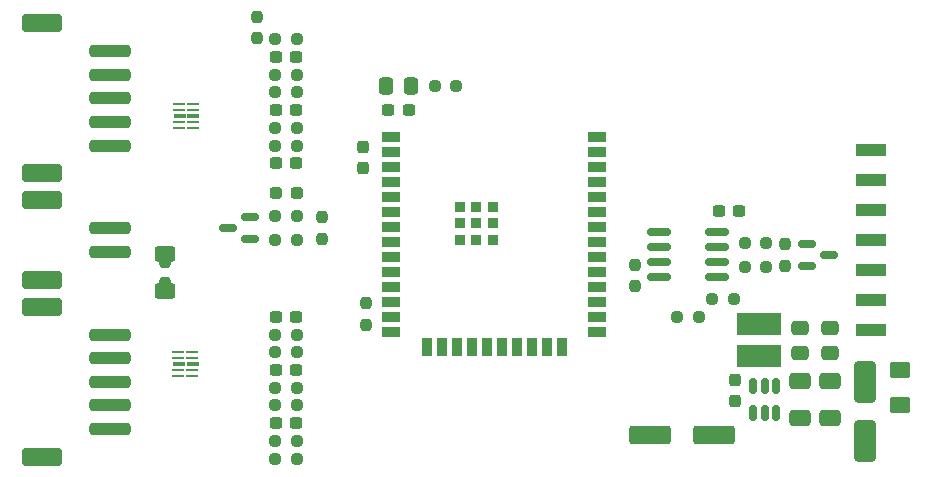
<source format=gbr>
%TF.GenerationSoftware,KiCad,Pcbnew,8.0.4*%
%TF.CreationDate,2024-11-19T13:09:34+13:00*%
%TF.ProjectId,CDRC,43445243-2e6b-4696-9361-645f70636258,B*%
%TF.SameCoordinates,Original*%
%TF.FileFunction,Paste,Top*%
%TF.FilePolarity,Positive*%
%FSLAX46Y46*%
G04 Gerber Fmt 4.6, Leading zero omitted, Abs format (unit mm)*
G04 Created by KiCad (PCBNEW 8.0.4) date 2024-11-19 13:09:34*
%MOMM*%
%LPD*%
G01*
G04 APERTURE LIST*
G04 Aperture macros list*
%AMRoundRect*
0 Rectangle with rounded corners*
0 $1 Rounding radius*
0 $2 $3 $4 $5 $6 $7 $8 $9 X,Y pos of 4 corners*
0 Add a 4 corners polygon primitive as box body*
4,1,4,$2,$3,$4,$5,$6,$7,$8,$9,$2,$3,0*
0 Add four circle primitives for the rounded corners*
1,1,$1+$1,$2,$3*
1,1,$1+$1,$4,$5*
1,1,$1+$1,$6,$7*
1,1,$1+$1,$8,$9*
0 Add four rect primitives between the rounded corners*
20,1,$1+$1,$2,$3,$4,$5,0*
20,1,$1+$1,$4,$5,$6,$7,0*
20,1,$1+$1,$6,$7,$8,$9,0*
20,1,$1+$1,$8,$9,$2,$3,0*%
G04 Aperture macros list end*
%ADD10RoundRect,0.237500X0.300000X0.237500X-0.300000X0.237500X-0.300000X-0.237500X0.300000X-0.237500X0*%
%ADD11RoundRect,0.237500X0.237500X-0.300000X0.237500X0.300000X-0.237500X0.300000X-0.237500X-0.300000X0*%
%ADD12RoundRect,0.237500X-0.237500X0.250000X-0.237500X-0.250000X0.237500X-0.250000X0.237500X0.250000X0*%
%ADD13RoundRect,0.237500X0.250000X0.237500X-0.250000X0.237500X-0.250000X-0.237500X0.250000X-0.237500X0*%
%ADD14RoundRect,0.250000X-0.625000X0.400000X-0.625000X-0.400000X0.625000X-0.400000X0.625000X0.400000X0*%
%ADD15RoundRect,0.250000X-0.475000X0.337500X-0.475000X-0.337500X0.475000X-0.337500X0.475000X0.337500X0*%
%ADD16RoundRect,0.237500X-0.250000X-0.237500X0.250000X-0.237500X0.250000X0.237500X-0.250000X0.237500X0*%
%ADD17R,1.500000X0.900000*%
%ADD18R,0.900000X1.500000*%
%ADD19R,0.900000X0.900000*%
%ADD20RoundRect,0.150000X0.587500X0.150000X-0.587500X0.150000X-0.587500X-0.150000X0.587500X-0.150000X0*%
%ADD21RoundRect,0.237500X0.237500X-0.250000X0.237500X0.250000X-0.237500X0.250000X-0.237500X-0.250000X0*%
%ADD22RoundRect,0.250000X-1.500000X0.250000X-1.500000X-0.250000X1.500000X-0.250000X1.500000X0.250000X0*%
%ADD23RoundRect,0.250001X-1.449999X0.499999X-1.449999X-0.499999X1.449999X-0.499999X1.449999X0.499999X0*%
%ADD24R,1.000000X0.250000*%
%ADD25R,1.000000X0.450000*%
%ADD26RoundRect,0.150000X-0.825000X-0.150000X0.825000X-0.150000X0.825000X0.150000X-0.825000X0.150000X0*%
%ADD27R,2.500000X1.000000*%
%ADD28RoundRect,0.237500X-0.287500X-0.237500X0.287500X-0.237500X0.287500X0.237500X-0.287500X0.237500X0*%
%ADD29RoundRect,0.250001X-0.624999X0.462499X-0.624999X-0.462499X0.624999X-0.462499X0.624999X0.462499X0*%
%ADD30RoundRect,0.150000X0.150000X-0.512500X0.150000X0.512500X-0.150000X0.512500X-0.150000X-0.512500X0*%
%ADD31RoundRect,0.250000X0.650000X-1.500000X0.650000X1.500000X-0.650000X1.500000X-0.650000X-1.500000X0*%
%ADD32RoundRect,0.250000X1.500000X0.550000X-1.500000X0.550000X-1.500000X-0.550000X1.500000X-0.550000X0*%
%ADD33R,3.700000X1.900000*%
%ADD34RoundRect,0.250000X0.337500X0.475000X-0.337500X0.475000X-0.337500X-0.475000X0.337500X-0.475000X0*%
%ADD35RoundRect,0.237500X-0.300000X-0.237500X0.300000X-0.237500X0.300000X0.237500X-0.300000X0.237500X0*%
%ADD36RoundRect,0.150000X-0.587500X-0.150000X0.587500X-0.150000X0.587500X0.150000X-0.587500X0.150000X0*%
%ADD37RoundRect,0.250000X0.650000X-0.412500X0.650000X0.412500X-0.650000X0.412500X-0.650000X-0.412500X0*%
G04 APERTURE END LIST*
D10*
%TO.C,C503*%
X23362500Y-9000000D03*
X21637500Y-9000000D03*
%TD*%
D11*
%TO.C,C401*%
X29000000Y-13862500D03*
X29000000Y-12137500D03*
%TD*%
D12*
%TO.C,R305*%
X52000000Y-22087500D03*
X52000000Y-23912500D03*
%TD*%
D13*
%TO.C,R505*%
X23412500Y-18000000D03*
X21587500Y-18000000D03*
%TD*%
D14*
%TO.C,R516*%
X12250000Y-21200000D03*
X12250000Y-24300000D03*
%TD*%
D15*
%TO.C,C205*%
X66000000Y-27462500D03*
X66000000Y-29537500D03*
%TD*%
%TO.C,C204*%
X68500000Y-27462500D03*
X68500000Y-29537500D03*
%TD*%
D13*
%TO.C,R512*%
X23412500Y-37000000D03*
X21587500Y-37000000D03*
%TD*%
D10*
%TO.C,C501*%
X23362500Y-31000000D03*
X21637500Y-31000000D03*
%TD*%
D13*
%TO.C,R304*%
X63162500Y-22250000D03*
X61337500Y-22250000D03*
%TD*%
%TO.C,R515*%
X23412500Y-12000000D03*
X21587500Y-12000000D03*
%TD*%
D16*
%TO.C,R302*%
X61337500Y-20250000D03*
X63162500Y-20250000D03*
%TD*%
D10*
%TO.C,C505*%
X23362500Y-35500000D03*
X21637500Y-35500000D03*
%TD*%
D17*
%TO.C,U401*%
X31350000Y-11260000D03*
X31350000Y-12530000D03*
X31350000Y-13800000D03*
X31350000Y-15070000D03*
X31350000Y-16340000D03*
X31350000Y-17610000D03*
X31350000Y-18880000D03*
X31350000Y-20150000D03*
X31350000Y-21420000D03*
X31350000Y-22690000D03*
X31350000Y-23960000D03*
X31350000Y-25230000D03*
X31350000Y-26500000D03*
X31350000Y-27770000D03*
D18*
X34385000Y-29020000D03*
X35655000Y-29020000D03*
X36925000Y-29020000D03*
X38195000Y-29020000D03*
X39465000Y-29020000D03*
X40735000Y-29020000D03*
X42005000Y-29020000D03*
X43275000Y-29020000D03*
X44545000Y-29020000D03*
X45815000Y-29020000D03*
D17*
X48850000Y-27770000D03*
X48850000Y-26500000D03*
X48850000Y-25230000D03*
X48850000Y-23960000D03*
X48850000Y-22690000D03*
X48850000Y-21420000D03*
X48850000Y-20150000D03*
X48850000Y-18880000D03*
X48850000Y-17610000D03*
X48850000Y-16340000D03*
X48850000Y-15070000D03*
X48850000Y-13800000D03*
X48850000Y-12530000D03*
X48850000Y-11260000D03*
D19*
X37200000Y-17200000D03*
X37200000Y-18600000D03*
X37200000Y-20000000D03*
X38600000Y-17200000D03*
X38600000Y-18600000D03*
X38600000Y-20000000D03*
X40000000Y-17200000D03*
X40000000Y-18600000D03*
X40000000Y-20000000D03*
%TD*%
D20*
%TO.C,Q501*%
X19437500Y-19950000D03*
X19437500Y-18050000D03*
X17562500Y-19000000D03*
%TD*%
D21*
%TO.C,R301*%
X29250000Y-27162500D03*
X29250000Y-25337500D03*
%TD*%
D16*
%TO.C,R504*%
X21587500Y-28000000D03*
X23412500Y-28000000D03*
%TD*%
D22*
%TO.C,J502*%
X7600000Y-19000000D03*
X7600000Y-21000000D03*
D23*
X1850000Y-16650000D03*
X1850000Y-23350000D03*
%TD*%
D24*
%TO.C,U501*%
X13375000Y-29500000D03*
X13375000Y-30000000D03*
D25*
X13450000Y-30500000D03*
D24*
X13375000Y-31000000D03*
X13375000Y-31500000D03*
X14525000Y-31500000D03*
X14525000Y-31000000D03*
D25*
X14575000Y-30500000D03*
D24*
X14525000Y-30000000D03*
X14525000Y-29500000D03*
%TD*%
D26*
%TO.C,IC301*%
X54025000Y-19345000D03*
X54025000Y-20615000D03*
X54025000Y-21885000D03*
X54025000Y-23155000D03*
X58975000Y-23155000D03*
X58975000Y-21885000D03*
X58975000Y-20615000D03*
X58975000Y-19345000D03*
%TD*%
D21*
%TO.C,R509*%
X20000000Y-2912500D03*
X20000000Y-1087500D03*
%TD*%
D10*
%TO.C,C502*%
X23362500Y-26500000D03*
X21637500Y-26500000D03*
%TD*%
%TO.C,C506*%
X23362500Y-13500000D03*
X21637500Y-13500000D03*
%TD*%
D16*
%TO.C,R513*%
X21587500Y-38500000D03*
X23412500Y-38500000D03*
%TD*%
%TO.C,R511*%
X21587500Y-3000000D03*
X23412500Y-3000000D03*
%TD*%
D13*
%TO.C,R503*%
X23412500Y-20000000D03*
X21587500Y-20000000D03*
%TD*%
D27*
%TO.C,J101*%
X72025000Y-27620000D03*
X72025000Y-25080000D03*
X72025000Y-22540000D03*
X72025000Y-20000000D03*
X72025000Y-17460000D03*
X72025000Y-14920000D03*
X72025000Y-12380000D03*
%TD*%
D13*
%TO.C,R502*%
X23412500Y-32500000D03*
X21587500Y-32500000D03*
%TD*%
D11*
%TO.C,C201*%
X60500000Y-33612500D03*
X60500000Y-31887500D03*
%TD*%
D28*
%TO.C,D401*%
X21625000Y-16000000D03*
X23375000Y-16000000D03*
%TD*%
D13*
%TO.C,R201*%
X60412500Y-25000000D03*
X58587500Y-25000000D03*
%TD*%
D29*
%TO.C,F201*%
X74500000Y-31012500D03*
X74500000Y-33987500D03*
%TD*%
D30*
%TO.C,U201*%
X62050000Y-34637500D03*
X63000000Y-34637500D03*
X63950000Y-34637500D03*
X63950000Y-32362500D03*
X63000000Y-32362500D03*
X62050000Y-32362500D03*
%TD*%
D31*
%TO.C,D202*%
X71500000Y-37000000D03*
X71500000Y-32000000D03*
%TD*%
D32*
%TO.C,C206*%
X58700000Y-36500000D03*
X53300000Y-36500000D03*
%TD*%
D33*
%TO.C,L201*%
X62500000Y-29850000D03*
X62500000Y-27150000D03*
%TD*%
D16*
%TO.C,R508*%
X21587500Y-6000000D03*
X23412500Y-6000000D03*
%TD*%
%TO.C,R514*%
X21587500Y-10500000D03*
X23412500Y-10500000D03*
%TD*%
%TO.C,R401*%
X35087500Y-7000000D03*
X36912500Y-7000000D03*
%TD*%
D34*
%TO.C,C402*%
X33037500Y-7000000D03*
X30962500Y-7000000D03*
%TD*%
D35*
%TO.C,C301*%
X59137500Y-17500000D03*
X60862500Y-17500000D03*
%TD*%
D36*
%TO.C,D301*%
X66562500Y-20300000D03*
X66562500Y-22200000D03*
X68437500Y-21250000D03*
%TD*%
D10*
%TO.C,C504*%
X23362500Y-4500000D03*
X21637500Y-4500000D03*
%TD*%
D22*
%TO.C,J504*%
X7600000Y-4000000D03*
X7600000Y-6000000D03*
X7600000Y-8000000D03*
X7600000Y-10000000D03*
X7600000Y-12000000D03*
D23*
X1850000Y-1650000D03*
X1850000Y-14350000D03*
%TD*%
D13*
%TO.C,R510*%
X23412500Y-7500000D03*
X21587500Y-7500000D03*
%TD*%
D21*
%TO.C,R501*%
X12250000Y-23662500D03*
X12250000Y-21837500D03*
%TD*%
D16*
%TO.C,R506*%
X21587500Y-29500000D03*
X23412500Y-29500000D03*
%TD*%
D24*
%TO.C,U502*%
X13425000Y-8500000D03*
X13425000Y-9000000D03*
D25*
X13500000Y-9500000D03*
D24*
X13425000Y-10000000D03*
X13425000Y-10500000D03*
X14575000Y-10500000D03*
X14575000Y-10000000D03*
D25*
X14625000Y-9500000D03*
D24*
X14575000Y-9000000D03*
X14575000Y-8500000D03*
%TD*%
D37*
%TO.C,C203*%
X66000000Y-35062500D03*
X66000000Y-31937500D03*
%TD*%
D22*
%TO.C,J501*%
X7600000Y-28000000D03*
X7600000Y-30000000D03*
X7600000Y-32000000D03*
X7600000Y-34000000D03*
X7600000Y-36000000D03*
D23*
X1850000Y-25650000D03*
X1850000Y-38350000D03*
%TD*%
D12*
%TO.C,R303*%
X64750000Y-20337500D03*
X64750000Y-22162500D03*
%TD*%
D16*
%TO.C,R403*%
X55587500Y-26500000D03*
X57412500Y-26500000D03*
%TD*%
D37*
%TO.C,C202*%
X68500000Y-35062500D03*
X68500000Y-31937500D03*
%TD*%
D16*
%TO.C,R507*%
X21587500Y-34000000D03*
X23412500Y-34000000D03*
%TD*%
D21*
%TO.C,R402*%
X25500000Y-19912500D03*
X25500000Y-18087500D03*
%TD*%
D10*
%TO.C,C403*%
X32862500Y-9000000D03*
X31137500Y-9000000D03*
%TD*%
M02*

</source>
